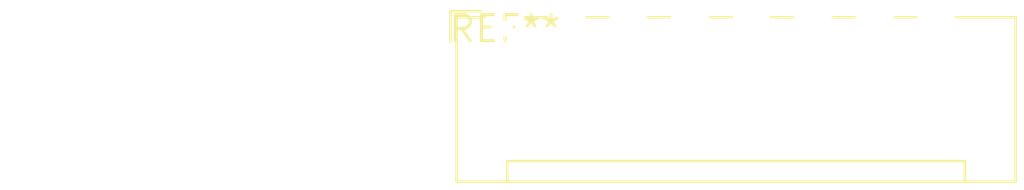
<source format=kicad_pcb>
(kicad_pcb (version 20240108) (generator pcbnew)
  (layers (0 "F.Cu" signal) (31 "B.Cu" signal) (34 "B.Paste" user) (35 "F.Paste" user) (36 "B.SilkS" user "B.Silkscreen") (37 "F.SilkS" user "F.Silkscreen") (38 "B.Mask" user) (39 "F.Mask" user) (44 "Edge.Cuts" user))
  (net 0 "")
  (footprint "JST_ZE_S16B-ZESK-2D_1x16_P1.50mm_Horizontal" (layer "F.Cu") (at 0 0)
    (property "Reference" "REF**")
    (property "Value" "JST_ZE_S16B-ZESK-2D_1x16_P1.50mm_Horizontal")
    (fp_line (start -2.66 -0.86) (end -1.16 -0.86) (layer "F.SilkS") (stroke (width 0.12)))
    (fp_line (start -2.66 0.64) (end -2.66 -0.86) (layer "F.SilkS") (stroke (width 0.12)))
    (fp_line (start -2.36 -0.56) (end -2.36 7.46) (layer "F.SilkS") (stroke (width 0.12)))
    (fp_line (start -2.36 7.46) (end 24.86 7.46) (layer "F.SilkS") (stroke (width 0.12)))
    (fp_line (start -0.96 -0.56) (end -2.36 -0.56) (layer "F.SilkS") (stroke (width 0.12)))
    (fp_line (start 0.11 6.46) (end 22.39 6.46) (layer "F.SilkS") (stroke (width 0.12)))
    (fp_line (start 0.11 7.46) (end 0.11 6.46) (layer "F.SilkS") (stroke (width 0.12)))
    (fp_line (start 0.96 -0.56) (end 2.04 -0.56) (layer "F.SilkS") (stroke (width 0.12)))
    (fp_line (start 3.96 -0.56) (end 5.04 -0.56) (layer "F.SilkS") (stroke (width 0.12)))
    (fp_line (start 6.96 -0.56) (end 8.04 -0.56) (layer "F.SilkS") (stroke (width 0.12)))
    (fp_line (start 9.96 -0.56) (end 11.04 -0.56) (layer "F.SilkS") (stroke (width 0.12)))
    (fp_line (start 12.96 -0.56) (end 14.04 -0.56) (layer "F.SilkS") (stroke (width 0.12)))
    (fp_line (start 15.96 -0.56) (end 17.04 -0.56) (layer "F.SilkS") (stroke (width 0.12)))
    (fp_line (start 18.96 -0.56) (end 20.04 -0.56) (layer "F.SilkS") (stroke (width 0.12)))
    (fp_line (start 22.39 6.46) (end 22.39 7.46) (layer "F.SilkS") (stroke (width 0.12)))
    (fp_line (start 24.86 -0.56) (end 21.96 -0.56) (layer "F.SilkS") (stroke (width 0.12)))
    (fp_line (start 24.86 7.46) (end 24.86 -0.56) (layer "F.SilkS") (stroke (width 0.12)))
    (pad "" np_thru_hole circle (at -1.55 1.85) (size 1.15 1.15) (drill 1.15) (layers *.Cu *.Mask))
    (pad "" np_thru_hole circle (at 24.05 1.85) (size 1.15 1.15) (drill 1.15) (layers *.Cu *.Mask))
    (pad "1" thru_hole roundrect (at 0 0) (size 1.4 1.75) (drill 0.75) (layers *.Cu *.Mask) (remove_unused_layers) (roundrect_rratio 0.178571))
    (pad "2" thru_hole oval (at 1.5 3.7) (size 1.4 1.75) (drill 0.75) (layers *.Cu *.Mask) (remove_unused_layers))
    (pad "3" thru_hole oval (at 3 0) (size 1.4 1.75) (drill 0.75) (layers *.Cu *.Mask) (remove_unused_layers))
    (pad "4" thru_hole oval (at 4.5 3.7) (size 1.4 1.75) (drill 0.75) (layers *.Cu *.Mask) (remove_unused_layers))
    (pad "5" thru_hole oval (at 6 0) (size 1.4 1.75) (drill 0.75) (layers *.Cu *.Mask) (remove_unused_layers))
    (pad "6" thru_hole oval (at 7.5 3.7) (size 1.4 1.75) (drill 0.75) (layers *.Cu *.Mask) (remove_unused_layers))
    (pad "7" thru_hole oval (at 9 0) (size 1.4 1.75) (drill 0.75) (layers *.Cu *.Mask) (remove_unused_layers))
    (pad "8" thru_hole oval (at 10.5 3.7) (size 1.4 1.75) (drill 0.75) (layers *.Cu *.Mask) (remove_unused_layers))
    (pad "9" thru_hole oval (at 12 0) (size 1.4 1.75) (drill 0.75) (layers *.Cu *.Mask) (remove_unused_layers))
    (pad "10" thru_hole oval (at 13.5 3.7) (size 1.4 1.75) (drill 0.75) (layers *.Cu *.Mask) (remove_unused_layers))
    (pad "11" thru_hole oval (at 15 0) (size 1.4 1.75) (drill 0.75) (layers *.Cu *.Mask) (remove_unused_layers))
    (pad "12" thru_hole oval (at 16.5 3.7) (size 1.4 1.75) (drill 0.75) (layers *.Cu *.Mask) (remove_unused_layers))
    (pad "13" thru_hole oval (at 18 0) (size 1.4 1.75) (drill 0.75) (layers *.Cu *.Mask) (remove_unused_layers))
    (pad "14" thru_hole oval (at 19.5 3.7) (size 1.4 1.75) (drill 0.75) (layers *.Cu *.Mask) (remove_unused_layers))
    (pad "15" thru_hole oval (at 21 0) (size 1.4 1.75) (drill 0.75) (layers *.Cu *.Mask) (remove_unused_layers))
    (pad "16" thru_hole oval (at 22.5 3.7) (size 1.4 1.75) (drill 0.75) (layers *.Cu *.Mask) (remove_unused_layers))
  )
)
</source>
